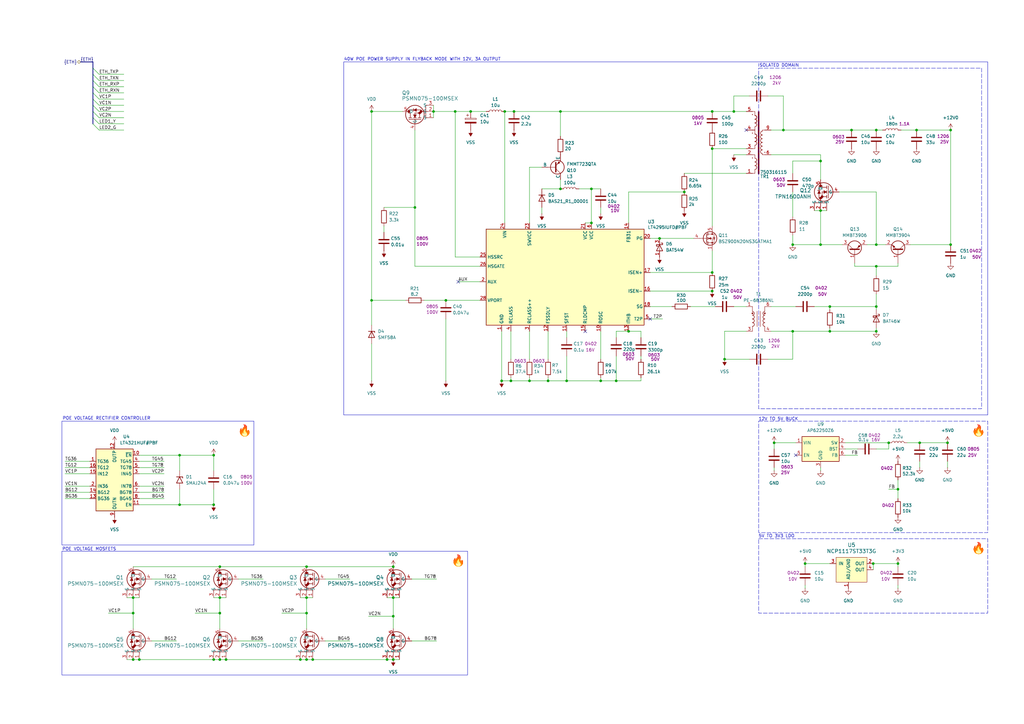
<source format=kicad_sch>
(kicad_sch (version 20231120) (generator "eeschema") (generator_version "8.0")
  (paper "A3")
  (junction (at 349.25 53.34))
  (junction (at 368.3 231.14))
  (junction (at 87.63 207.01))
  (junction (at 123.19 270.51))
  (junction (at 158.75 270.51))
  (junction (at 359.41 125.73))
  (junction (at 232.41 156.21))
  (junction (at 125.73 270.51))
  (junction (at 161.29 232.41))
  (junction (at 300.99 45.72))
  (junction (at 389.89 53.34))
  (junction (at 321.31 53.34))
  (junction (at 87.63 186.69))
  (junction (at 375.92 53.34))
  (junction (at 54.61 270.51))
  (junction (at 186.69 45.72))
  (junction (at 292.1 111.76))
  (junction (at 209.55 156.21))
  (junction (at 364.49 181.61))
  (junction (at 90.17 232.41))
  (junction (at 161.29 270.51))
  (junction (at 229.87 45.72))
  (junction (at 54.61 245.11))
  (junction (at 336.55 86.36))
  (junction (at 280.67 78.74))
  (junction (at 359.41 135.89))
  (junction (at 388.62 181.61))
  (junction (at 389.89 100.33))
  (junction (at 152.4 123.19))
  (junction (at 161.29 252.73))
  (junction (at 229.87 77.47))
  (junction (at 73.66 186.69))
  (junction (at 292.1 60.96))
  (junction (at 242.57 77.47))
  (junction (at 359.41 53.34))
  (junction (at 125.73 251.46))
  (junction (at 292.1 119.38))
  (junction (at 161.29 245.11))
  (junction (at 128.27 270.51))
  (junction (at 359.41 100.33))
  (junction (at 359.41 109.22))
  (junction (at 210.82 45.72))
  (junction (at 152.4 45.72))
  (junction (at 325.12 100.33))
  (junction (at 297.18 147.32))
  (junction (at 205.74 156.21))
  (junction (at 224.79 156.21))
  (junction (at 73.66 207.01))
  (junction (at 252.73 156.21))
  (junction (at 242.57 91.44))
  (junction (at 170.18 85.09))
  (junction (at 92.71 270.51))
  (junction (at 317.5 181.61))
  (junction (at 57.15 270.51))
  (junction (at 340.36 125.73))
  (junction (at 90.17 251.46))
  (junction (at 257.81 135.89))
  (junction (at 54.61 251.46))
  (junction (at 330.2 231.14))
  (junction (at 270.51 97.79))
  (junction (at 325.12 135.89))
  (junction (at 207.01 45.72))
  (junction (at 177.8 45.72))
  (junction (at 377.19 181.61))
  (junction (at 182.88 123.19))
  (junction (at 125.73 232.41))
  (junction (at 87.63 270.51))
  (junction (at 90.17 270.51))
  (junction (at 368.3 200.66))
  (junction (at 358.14 231.14))
  (junction (at 246.38 156.21))
  (junction (at 336.55 66.04))
  (junction (at 125.73 245.11))
  (junction (at 340.36 135.89))
  (junction (at 217.17 156.21))
  (junction (at 336.55 100.33))
  (junction (at 292.1 45.72))
  (junction (at 90.17 245.11))
  (junction (at 193.04 45.72))
  (no_connect (at 240.03 135.89))
  (no_connect (at 187.96 115.57))
  (no_connect (at 306.07 53.34))
  (no_connect (at 326.39 186.69))
  (no_connect (at 266.7 130.81))
  (bus_entry (at 38.1 43.18) (size 2.54 2.54))
  (bus_entry (at 38.1 30.48) (size 2.54 2.54))
  (bus_entry (at 38.1 33.02) (size 2.54 2.54))
  (bus_entry (at 38.1 50.8) (size 2.54 2.54))
  (bus_entry (at 38.1 45.72) (size 2.54 2.54))
  (bus_entry (at 38.1 38.1) (size 2.54 2.54))
  (bus_entry (at 38.1 27.94) (size 2.54 2.54))
  (bus_entry (at 38.1 48.26) (size 2.54 2.54))
  (bus_entry (at 38.1 40.64) (size 2.54 2.54))
  (bus_entry (at 38.1 35.56) (size 2.54 2.54))
  (wire (pts (xy 210.82 45.72) (xy 207.01 45.72)))
  (wire (pts (xy 168.91 237.49) (xy 179.07 237.49)))
  (wire (pts (xy 359.41 100.33) (xy 355.6 100.33)))
  (wire (pts (xy 368.3 240.03) (xy 368.3 241.3)))
  (wire (pts (xy 57.15 194.31) (xy 67.31 194.31)))
  (wire (pts (xy 257.81 78.74) (xy 257.81 91.44)))
  (wire (pts (xy 307.34 147.32) (xy 297.18 147.32)))
  (bus (pts (xy 38.1 38.1) (xy 38.1 40.64)))
  (wire (pts (xy 359.41 120.65) (xy 359.41 125.73)))
  (wire (pts (xy 266.7 97.79) (xy 270.51 97.79)))
  (wire (pts (xy 210.82 45.72) (xy 229.87 45.72)))
  (wire (pts (xy 325.12 66.04) (xy 325.12 71.12)))
  (wire (pts (xy 57.15 204.47) (xy 67.31 204.47)))
  (wire (pts (xy 325.12 135.89) (xy 340.36 135.89)))
  (wire (pts (xy 157.48 92.71) (xy 157.48 95.25)))
  (wire (pts (xy 246.38 87.63) (xy 246.38 85.09)))
  (wire (pts (xy 368.3 107.95) (xy 368.3 109.22)))
  (wire (pts (xy 97.79 262.89) (xy 107.95 262.89)))
  (wire (pts (xy 186.69 45.72) (xy 193.04 45.72)))
  (bus (pts (xy 38.1 25.4) (xy 38.1 27.94)))
  (wire (pts (xy 152.4 123.19) (xy 152.4 133.35)))
  (bus (pts (xy 38.1 30.48) (xy 38.1 33.02)))
  (wire (pts (xy 316.23 63.5) (xy 336.55 63.5)))
  (wire (pts (xy 229.87 77.47) (xy 229.87 73.66)))
  (wire (pts (xy 330.2 241.3) (xy 330.2 240.03)))
  (wire (pts (xy 57.15 270.51) (xy 87.63 270.51)))
  (wire (pts (xy 330.2 232.41) (xy 330.2 231.14)))
  (wire (pts (xy 209.55 147.32) (xy 209.55 135.89)))
  (wire (pts (xy 336.55 66.04) (xy 325.12 66.04)))
  (wire (pts (xy 161.29 245.11) (xy 161.29 252.73)))
  (wire (pts (xy 330.2 231.14) (xy 340.36 231.14)))
  (wire (pts (xy 340.36 134.62) (xy 340.36 135.89)))
  (wire (pts (xy 316.23 125.73) (xy 326.39 125.73)))
  (wire (pts (xy 292.1 60.96) (xy 292.1 92.71)))
  (wire (pts (xy 57.15 191.77) (xy 67.31 191.77)))
  (wire (pts (xy 170.18 85.09) (xy 157.48 85.09)))
  (wire (pts (xy 26.67 189.23) (xy 36.83 189.23)))
  (wire (pts (xy 368.3 200.66) (xy 368.3 204.47)))
  (wire (pts (xy 389.89 100.33) (xy 373.38 100.33)))
  (wire (pts (xy 125.73 251.46) (xy 125.73 257.81)))
  (wire (pts (xy 266.7 119.38) (xy 292.1 119.38)))
  (wire (pts (xy 292.1 45.72) (xy 300.99 45.72)))
  (wire (pts (xy 177.8 45.72) (xy 177.8 43.18)))
  (wire (pts (xy 161.29 270.51) (xy 163.83 270.51)))
  (wire (pts (xy 26.67 199.39) (xy 36.83 199.39)))
  (wire (pts (xy 90.17 270.51) (xy 92.71 270.51)))
  (bus (pts (xy 38.1 43.18) (xy 38.1 45.72)))
  (wire (pts (xy 246.38 154.94) (xy 246.38 156.21)))
  (wire (pts (xy 262.89 138.43) (xy 262.89 135.89)))
  (wire (pts (xy 73.66 207.01) (xy 87.63 207.01)))
  (wire (pts (xy 321.31 53.34) (xy 349.25 53.34)))
  (bus (pts (xy 38.1 27.94) (xy 38.1 30.48)))
  (wire (pts (xy 92.71 245.11) (xy 90.17 245.11)))
  (wire (pts (xy 262.89 156.21) (xy 262.89 154.94)))
  (wire (pts (xy 232.41 156.21) (xy 246.38 156.21)))
  (wire (pts (xy 317.5 191.77) (xy 317.5 193.04)))
  (wire (pts (xy 54.61 245.11) (xy 52.07 245.11)))
  (wire (pts (xy 40.64 45.72) (xy 50.8 45.72)))
  (wire (pts (xy 292.1 60.96) (xy 306.07 60.96)))
  (wire (pts (xy 340.36 125.73) (xy 359.41 125.73)))
  (wire (pts (xy 363.22 100.33) (xy 359.41 100.33)))
  (wire (pts (xy 340.36 135.89) (xy 359.41 135.89)))
  (wire (pts (xy 222.25 87.63) (xy 222.25 85.09)))
  (wire (pts (xy 224.79 135.89) (xy 224.79 147.32)))
  (wire (pts (xy 358.14 231.14) (xy 368.3 231.14)))
  (wire (pts (xy 57.15 201.93) (xy 67.31 201.93)))
  (wire (pts (xy 297.18 135.89) (xy 297.18 147.32)))
  (wire (pts (xy 62.23 262.89) (xy 72.39 262.89)))
  (wire (pts (xy 97.79 237.49) (xy 107.95 237.49)))
  (wire (pts (xy 361.95 53.34) (xy 359.41 53.34)))
  (wire (pts (xy 62.23 237.49) (xy 72.39 237.49)))
  (wire (pts (xy 246.38 77.47) (xy 242.57 77.47)))
  (wire (pts (xy 252.73 135.89) (xy 257.81 135.89)))
  (wire (pts (xy 125.73 245.11) (xy 125.73 251.46)))
  (wire (pts (xy 209.55 154.94) (xy 209.55 156.21)))
  (wire (pts (xy 246.38 156.21) (xy 252.73 156.21)))
  (wire (pts (xy 57.15 186.69) (xy 73.66 186.69)))
  (wire (pts (xy 240.03 91.44) (xy 242.57 91.44)))
  (bus (pts (xy 38.1 48.26) (xy 38.1 50.8)))
  (wire (pts (xy 368.3 196.85) (xy 368.3 200.66)))
  (wire (pts (xy 359.41 134.62) (xy 359.41 135.89)))
  (wire (pts (xy 26.67 191.77) (xy 36.83 191.77)))
  (wire (pts (xy 26.67 204.47) (xy 36.83 204.47)))
  (wire (pts (xy 87.63 193.04) (xy 87.63 186.69)))
  (wire (pts (xy 321.31 39.37) (xy 321.31 53.34)))
  (wire (pts (xy 369.57 53.34) (xy 375.92 53.34)))
  (wire (pts (xy 280.67 71.12) (xy 306.07 71.12)))
  (wire (pts (xy 377.19 191.77) (xy 377.19 189.23)))
  (wire (pts (xy 300.99 39.37) (xy 300.99 45.72)))
  (wire (pts (xy 177.8 45.72) (xy 177.8 48.26)))
  (wire (pts (xy 217.17 68.58) (xy 217.17 91.44)))
  (bus (pts (xy 38.1 35.56) (xy 38.1 38.1)))
  (wire (pts (xy 336.55 86.36) (xy 336.55 100.33)))
  (wire (pts (xy 336.55 191.77) (xy 336.55 193.04)))
  (wire (pts (xy 152.4 45.72) (xy 152.4 123.19)))
  (wire (pts (xy 368.3 232.41) (xy 368.3 231.14)))
  (wire (pts (xy 152.4 123.19) (xy 166.37 123.19)))
  (wire (pts (xy 125.73 232.41) (xy 90.17 232.41)))
  (wire (pts (xy 182.88 123.19) (xy 196.85 123.19)))
  (wire (pts (xy 351.79 186.69) (xy 346.71 186.69)))
  (wire (pts (xy 26.67 194.31) (xy 36.83 194.31)))
  (wire (pts (xy 292.1 102.87) (xy 292.1 111.76)))
  (wire (pts (xy 222.25 77.47) (xy 229.87 77.47)))
  (wire (pts (xy 336.55 86.36) (xy 339.09 86.36)))
  (wire (pts (xy 252.73 146.05) (xy 252.73 156.21)))
  (wire (pts (xy 44.45 251.46) (xy 54.61 251.46)))
  (wire (pts (xy 317.5 181.61) (xy 326.39 181.61)))
  (wire (pts (xy 40.64 40.64) (xy 50.8 40.64)))
  (wire (pts (xy 229.87 45.72) (xy 292.1 45.72)))
  (wire (pts (xy 40.64 48.26) (xy 50.8 48.26)))
  (bus (pts (xy 38.1 40.64) (xy 38.1 43.18)))
  (wire (pts (xy 325.12 147.32) (xy 314.96 147.32)))
  (wire (pts (xy 207.01 45.72) (xy 207.01 91.44)))
  (wire (pts (xy 359.41 184.15) (xy 364.49 184.15)))
  (wire (pts (xy 297.18 135.89) (xy 306.07 135.89)))
  (wire (pts (xy 187.96 115.57) (xy 196.85 115.57)))
  (wire (pts (xy 300.99 63.5) (xy 306.07 63.5)))
  (wire (pts (xy 346.71 184.15) (xy 351.79 184.15)))
  (wire (pts (xy 217.17 147.32) (xy 217.17 135.89)))
  (wire (pts (xy 161.29 245.11) (xy 158.75 245.11)))
  (wire (pts (xy 334.01 86.36) (xy 336.55 86.36)))
  (wire (pts (xy 87.63 270.51) (xy 90.17 270.51)))
  (wire (pts (xy 73.66 193.04) (xy 73.66 186.69)))
  (wire (pts (xy 40.64 50.8) (xy 50.8 50.8)))
  (wire (pts (xy 151.13 252.73) (xy 161.29 252.73)))
  (wire (pts (xy 349.25 53.34) (xy 359.41 53.34)))
  (wire (pts (xy 252.73 135.89) (xy 252.73 138.43)))
  (wire (pts (xy 368.3 109.22) (xy 359.41 109.22)))
  (wire (pts (xy 359.41 78.74) (xy 359.41 100.33)))
  (wire (pts (xy 205.74 156.21) (xy 209.55 156.21)))
  (wire (pts (xy 359.41 125.73) (xy 359.41 127)))
  (wire (pts (xy 40.64 53.34) (xy 50.8 53.34)))
  (wire (pts (xy 300.99 39.37) (xy 307.34 39.37)))
  (wire (pts (xy 325.12 135.89) (xy 325.12 147.32)))
  (wire (pts (xy 196.85 109.22) (xy 170.18 109.22)))
  (wire (pts (xy 364.49 200.66) (xy 368.3 200.66)))
  (wire (pts (xy 316.23 53.34) (xy 321.31 53.34)))
  (wire (pts (xy 125.73 232.41) (xy 161.29 232.41)))
  (wire (pts (xy 325.12 96.52) (xy 325.12 100.33)))
  (wire (pts (xy 182.88 130.81) (xy 182.88 156.21)))
  (wire (pts (xy 346.71 181.61) (xy 364.49 181.61)))
  (wire (pts (xy 123.19 270.51) (xy 125.73 270.51)))
  (wire (pts (xy 186.69 105.41) (xy 186.69 45.72)))
  (wire (pts (xy 152.4 140.97) (xy 152.4 156.21)))
  (wire (pts (xy 372.11 181.61) (xy 377.19 181.61)))
  (wire (pts (xy 283.21 125.73) (xy 293.37 125.73)))
  (wire (pts (xy 242.57 91.44) (xy 242.57 77.47)))
  (wire (pts (xy 40.64 33.02) (xy 50.8 33.02)))
  (wire (pts (xy 246.38 147.32) (xy 246.38 135.89)))
  (wire (pts (xy 133.35 262.89) (xy 143.51 262.89)))
  (wire (pts (xy 163.83 245.11) (xy 161.29 245.11)))
  (wire (pts (xy 257.81 135.89) (xy 262.89 135.89)))
  (wire (pts (xy 389.89 53.34) (xy 389.89 100.33)))
  (wire (pts (xy 359.41 113.03) (xy 359.41 109.22)))
  (wire (pts (xy 170.18 85.09) (xy 170.18 109.22)))
  (wire (pts (xy 40.64 38.1) (xy 50.8 38.1)))
  (wire (pts (xy 300.99 45.72) (xy 306.07 45.72)))
  (wire (pts (xy 165.1 45.72) (xy 152.4 45.72)))
  (wire (pts (xy 242.57 77.47) (xy 237.49 77.47)))
  (wire (pts (xy 92.71 270.51) (xy 123.19 270.51)))
  (wire (pts (xy 57.15 207.01) (xy 73.66 207.01)))
  (wire (pts (xy 325.12 100.33) (xy 336.55 100.33)))
  (wire (pts (xy 232.41 156.21) (xy 224.79 156.21)))
  (wire (pts (xy 133.35 237.49) (xy 143.51 237.49)))
  (wire (pts (xy 54.61 251.46) (xy 54.61 245.11)))
  (wire (pts (xy 54.61 232.41) (xy 90.17 232.41)))
  (wire (pts (xy 317.5 184.15) (xy 317.5 181.61)))
  (wire (pts (xy 270.51 97.79) (xy 284.48 97.79)))
  (wire (pts (xy 266.7 130.81) (xy 271.78 130.81)))
  (wire (pts (xy 334.01 125.73) (xy 340.36 125.73)))
  (wire (pts (xy 90.17 245.11) (xy 87.63 245.11)))
  (wire (pts (xy 158.75 270.51) (xy 161.29 270.51)))
  (wire (pts (xy 125.73 270.51) (xy 128.27 270.51)))
  (wire (pts (xy 40.64 30.48) (xy 50.8 30.48)))
  (wire (pts (xy 388.62 191.77) (xy 388.62 189.23)))
  (wire (pts (xy 40.64 43.18) (xy 50.8 43.18)))
  (wire (pts (xy 73.66 200.66) (xy 73.66 207.01)))
  (wire (pts (xy 262.89 147.32) (xy 262.89 146.05)))
  (bus (pts (xy 38.1 33.02) (xy 38.1 35.56)))
  (wire (pts (xy 336.55 66.04) (xy 336.55 73.66)))
  (wire (pts (xy 266.7 125.73) (xy 275.59 125.73)))
  (wire (pts (xy 205.74 135.89) (xy 205.74 156.21)))
  (wire (pts (xy 232.41 138.43) (xy 232.41 135.89)))
  (wire (pts (xy 87.63 186.69) (xy 73.66 186.69)))
  (wire (pts (xy 128.27 245.11) (xy 125.73 245.11)))
  (wire (pts (xy 170.18 53.34) (xy 170.18 85.09)))
  (wire (pts (xy 161.29 252.73) (xy 161.29 257.81)))
  (wire (pts (xy 57.15 199.39) (xy 67.31 199.39)))
  (wire (pts (xy 168.91 262.89) (xy 179.07 262.89)))
  (wire (pts (xy 266.7 111.76) (xy 292.1 111.76)))
  (wire (pts (xy 217.17 154.94) (xy 217.17 156.21)))
  (wire (pts (xy 224.79 154.94) (xy 224.79 156.21)))
  (wire (pts (xy 193.04 45.72) (xy 199.39 45.72)))
  (wire (pts (xy 364.49 181.61) (xy 364.49 184.15)))
  (wire (pts (xy 177.8 45.72) (xy 186.69 45.72)))
  (wire (pts (xy 350.52 109.22) (xy 350.52 107.95)))
  (bus (pts (xy 33.02 25.4) (xy 38.1 25.4)))
  (wire (pts (xy 222.25 68.58) (xy 217.17 68.58)))
  (wire (pts (xy 340.36 127) (xy 340.36 125.73)))
  (wire (pts (xy 173.99 123.19) (xy 182.88 123.19)))
  (wire (pts (xy 375.92 53.34) (xy 389.89 53.34)))
  (wire (pts (xy 57.15 245.11) (xy 54.61 245.11)))
  (wire (pts (xy 115.57 251.46) (xy 125.73 251.46)))
  (wire (pts (xy 358.14 233.68) (xy 358.14 231.14)))
  (wire (pts (xy 217.17 156.21) (xy 224.79 156.21)))
  (wire (pts (xy 336.55 63.5) (xy 336.55 66.04)))
  (wire (pts (xy 52.07 270.51) (xy 54.61 270.51)))
  (wire (pts (xy 232.41 146.05) (xy 232.41 156.21)))
  (wire (pts (xy 314.96 39.37) (xy 321.31 39.37)))
  (wire (pts (xy 377.19 181.61) (xy 388.62 181.61)))
  (wire (pts (xy 90.17 245.11) (xy 90.17 251.46)))
  (wire (pts (xy 344.17 78.74) (xy 359.41 78.74)))
  (bus (pts (xy 38.1 45.72) (xy 38.1 48.26)))
  (wire (pts (xy 90.17 251.46) (xy 90.17 257.81)))
  (wire (pts (xy 257.81 78.74) (xy 280.67 78.74)))
  (wire (pts (xy 128.27 270.51) (xy 158.75 270.51)))
  (wire (pts (xy 54.61 270.51) (xy 57.15 270.51)))
  (wire (pts (xy 57.15 189.23) (xy 67.31 189.23)))
  (wire (pts (xy 54.61 257.81) (xy 54.61 251.46)))
  (wire (pts (xy 336.55 100.33) (xy 345.44 100.33)))
  (wire (pts (xy 87.63 207.01) (xy 87.63 200.66)))
  (wire (pts (xy 325.12 78.74) (xy 325.12 88.9)))
  (wire (pts (xy 26.67 201.93) (xy 36.83 201.93)))
  (wire (pts (xy 252.73 156.21) (xy 262.89 156.21)))
  (wire (pts (xy 209.55 156.21) (xy 217.17 156.21)))
  (wire (pts (xy 80.01 251.46) (xy 90.17 251.46)))
  (wire (pts (xy 300.99 125.73) (xy 306.07 125.73)))
  (wire (pts (xy 40.64 35.56) (xy 50.8 35.56)))
  (wire (pts (xy 316.23 135.89) (xy 325.12 135.89)))
  (wire (pts (xy 196.85 105.41) (xy 186.69 105.41)))
  (wire (pts (xy 125.73 245.11) (xy 123.19 245.11)))
  (wire (pts (xy 229.87 45.72) (xy 229.87 55.88)))
  (wire (pts (xy 359.41 109.22) (xy 350.52 109.22)))
  (rectangle (start 311.15 220.98) (end 405.13 251.46) (stroke (width 0) (type dash)))
  (rectangle (start 140.97 25.4) (end 405.13 170.18))
  (rectangle (start 311.15 172.72) (end 405.13 218.44) (stroke (width 0) (type dash)))
  (rectangle (start 25.4 226.06) (end 191.77 276.86))
  (rectangle (start 311.15 27.94) (end 402.59 167.64) (stroke (width 0) (type dash)))
  (rectangle (start 25.4 172.72) (end 104.14 223.52))
  (image (at 401.32 224.79) (scale 0.0586193))
  (image (at 100.33 176.53) (scale 0.0586193))
  (image (at 401.32 176.53) (scale 0.0586193))
  (image (at 187.96 229.87) (scale 0.0586193))
  (text "5V TO 3V3 LDO" (at 318.516 219.964 0) (effects (font (size 1.27 1.27))))
  (text "POE VOLTAGE RECTIFIER CONTROLLER" (at 43.688 171.704 0) (effects (font (size 1.27 1.27))))
  (text "12V TO 5V BUCK" (at 319.278 171.958 0) (effects (font (size 1.27 1.27))))
  (text "POE VOLTAGE MOSFETS" (at 36.576 225.298 0) (effects (font (size 1.27 1.27))))
  (text "ISOLATED DOMAIN" (at 319.278 26.924 0) (effects (font (size 1.27 1.27))))
  (text "40W POE POWER SUPPLY IN FLYBACK MODE WITH 12V, 3A OUTPUT" (at 173.228 24.384 0) (effects (font (size 1.27 1.27))))
  (label "BG78" (at 62.23 201.93 0))
  (label "AUX" (at 187.96 115.57 0))
  (label "BG36" (at 102.87 262.89 0))
  (label "TG36" (at 102.87 237.49 0))
  (label "VC2N" (at 40.64 48.26 0))
  (label "BG45" (at 138.43 262.89 0))
  (label "TG45" (at 138.43 237.49 0))
  (label "VC1P" (at 40.64 40.64 0))
  (label "VC1N" (at 80.01 251.46 0))
  (label "VC2N" (at 151.13 252.73 0))
  (label "FB" (at 364.49 200.66 0))
  (label "BG36" (at 26.67 204.47 0))
  (label "VC1N" (at 26.67 199.39 0))
  (label "BG12" (at 26.67 201.93 0))
  (label "VC2P" (at 115.57 251.46 0))
  (label "BG78" (at 173.99 262.89 0))
  (label "T2P" (at 267.97 130.81 0))
  (label "ETH_TXN" (at 40.64 33.02 0))
  (label "TG45" (at 62.23 189.23 0))
  (label "{ETH}" (at 33.02 25.4 0))
  (label "TG12" (at 67.31 237.49 0))
  (label "VC1P" (at 26.67 194.31 0))
  (label "BG12" (at 67.31 262.89 0))
  (label "TG12" (at 26.67 191.77 0))
  (label "TG78" (at 173.99 237.49 0))
  (label "VC2P" (at 62.23 194.31 0))
  (label "ETH_RXN" (at 40.64 38.1 0))
  (label "ETH_RXP" (at 40.64 35.56 0))
  (label "BG45" (at 62.23 204.47 0))
  (label "VC1N" (at 40.64 43.18 0))
  (label "TG36" (at 26.67 189.23 0))
  (label "FB" (at 349.25 186.69 0))
  (label "LED1_Y" (at 40.64 50.8 0))
  (label "LED2_G" (at 40.64 53.34 0))
  (label "VC2P" (at 40.64 45.72 0))
  (label "ETH_TXP" (at 40.64 30.48 0))
  (label "VC2N" (at 62.23 199.39 0))
  (label "VC1P" (at 44.45 251.46 0))
  (label "TG78" (at 62.23 191.77 0))
  (hierarchical_label "{ETH}" (shape bidirectional) (at 33.02 25.4 180))
  (symbol (lib_id "Diode:BAT46") (at 359.41 130.81 270) (unit 1)
    (property "Reference" "D7" (at 361.95 129.2224 90) (effects (justify left)))
    (property "Value" "BAT46W" (at 361.95 131.7624 90) (effects (justify left)))
    (property "Footprint" "Diode_SMD:D_SOD-123" (effects (hide yes)))
    (property "Datasheet" "BAT46W" (effects (hide yes)))
    (property "Description" "100V 0.15A Small Signal Schottky Diode, DO-35" (effects (hide yes)))
    (property "Packaging" "SOD-123" (effects (hide yes)))
    (property "PART-NUMBER" "C5805641" (effects (hide yes)))
    (property "Comment" "C5805641 BAT46W" (effects (hide yes)))
  )
  (symbol (lib_id "Device:C") (at 297.18 125.73 90) (unit 1)
    (property "Reference" "C52" (at 297.18 119.38 90))
    (property "Value" "1u" (at 297.18 121.92 90))
    (property "Footprint" "Capacitor_SMD:C_0402_1005Metric" (effects (hide yes)))
    (property "Description" "Unpolarized capacitor" (effects (hide yes)))
    (property "PART-NUMBER" "C1518208" (effects (hide yes)))
    (property "Packaging" "0402" (at 302.006 119.38 90))
    (property "Rating" "50V" (at 302.514 121.92 90))
    (property "Comment" "C1518208 50V 1uF 10% 0402 Capacitor" (effects (hide yes)))
  )
  (symbol (lib_id "Device:C") (at 311.15 147.32 90) (unit 1)
    (property "Reference" "C43" (at 311.15 139.7 90))
    (property "Value" "2200p" (at 311.15 142.24 90))
    (property "Footprint" "Capacitor_SMD:C_1206_3216Metric" (effects (hide yes)))
    (property "Description" "Unpolarized capacitor" (effects (hide yes)))
    (property "PART-NUMBER" "C41018 " (effects (hide yes)))
    (property "Packaging" "1206" (at 317.5 139.7 90))
    (property "Rating" "2kV" (at 318.008 141.986 90))
    (property "Comment" "C41018 2kV 2200pF 10% 1206 Capacitor" (effects (hide yes)))
  )
  (symbol (lib_id "Device:R") (at 170.18 123.19 270) (unit 1)
    (property "Reference" "R21" (at 168.148 118.364 90) (effects (justify left)))
    (property "Value" "8.2" (at 168.402 120.65 90) (effects (justify left)))
    (property "Footprint" "Resistor_SMD:R_0603_1608Metric" (effects (hide yes)))
    (property "Datasheet" "CRCW02018R20FXED" (effects (hide yes)))
    (property "Description" "Resistor" (effects (hide yes)))
    (property "PART-NUMBER" "C23247" (effects (hide yes)))
    (property "Packaging" "0603" (effects (hide yes)))
    (property "Comment" "C23247 100mW Thick Film Resistors 75V 8.2Ω 1% 0603 Resistor" (effects (hide yes)))
  )
  (symbol (lib_id "Device:R") (at 280.67 74.93 0) (unit 1)
    (property "Reference" "R24" (at 282.448 73.914 0) (effects (justify left)))
    (property "Value" "6.65k" (at 282.448 76.2 0) (effects (justify left)))
    (property "Footprint" "Resistor_SMD:R_0603_1608Metric" (effects (hide yes)))
    (property "Description" "Resistor" (effects (hide yes)))
    (property "PART-NUMBER" "C3016441" (effects (hide yes)))
    (property "Packaging" "0603" (effects (hide yes)))
    (property "Comment" "C3016441 100mW Thick Film Resistors 75V 6.65kΩ 1% 0603 Resistor" (effects (hide yes)))
  )
  (symbol (lib_id "Diode:SMAJ24A") (at 73.66 196.85 270) (unit 1)
    (property "Reference" "D1" (at 76.2 195.5799 90) (effects (justify left)))
    (property "Value" "SMAJ24A" (at 76.2 198.1199 90) (effects (justify left)))
    (property "Footprint" "Diode_SMD:D_SMA" (effects (hide yes)))
    (property "Datasheet" "SMAJ24A" (effects (hide yes)))
    (property "Description" "400W unidirectional Transient Voltage Suppressor, 24.0Vr, SMA(DO-214AC)" (effects (hide yes)))
    (property "PART-NUMBER" "C10769" (effects (hide yes)))
    (property "Comment" "C10769 SMAJ24A 10.3A 38.9V 26.7V 24V" (effects (hide yes)))
    (property "Packaging" "DO-214AC" (effects (hide yes)))
  )
  (symbol (lib_id "Device:C") (at 311.15 39.37 90) (unit 1)
    (property "Reference" "C49" (at 311.15 31.75 90))
    (property "Value" "2200p" (at 311.15 34.29 90))
    (property "Footprint" "Capacitor_SMD:C_1206_3216Metric" (effects (hide yes)))
    (property "Description" "Unpolarized capacitor" (effects (hide yes)))
    (property "PART-NUMBER" "C41018 " (effects (hide yes)))
    (property "Packaging" "1206" (at 318.008 31.75 90))
    (property "Rating" "2kV" (at 318.516 34.036 90))
    (property "Comment" "C41018 2kV 2200pF 10% 1206 Capacitor" (effects (hide yes)))
  )
  (symbol (lib_id "power:+3.3V") (at 368.3 231.14 0) (unit 1)
    (property "Reference" "#PWR015" (effects (hide yes)))
    (property "Value" "+3V3" (at 368.3 226.06 0))
    (property "Description" "Power symbol creates a global label with name \"+3.3V\"" (effects (hide yes)))
  )
  (symbol (lib_id "PSMN075-100MSEX:PSMN075-100MSEX") (at 168.91 237.49 0) (mirror y) (unit 1)
    (property "Reference" "Q4" (at 157.48 236.8422 0) (effects (font (size 1.524 1.524)) (justify left)))
    (property "Value" "PSMN075-100MSEX" (at 157.48 239.3822 0) (effects (font (size 1.524 1.524)) (justify left)))
    (property "Footprint" "PSMN075-100MSEX:LFPAK33_SOT1210_NEX" (effects (hide yes)))
    (property "Datasheet" "PSMN075-100MSEX" (effects (hide yes)))
    (property "PART-NUMBER" "C478016" (effects (hide yes)))
    (property "Comment" "C478016 PSMN075-100MSEX" (effects (hide yes)))
  )
  (symbol (lib_id "power:GND") (at 368.3 212.09 0) (unit 1)
    (property "Reference" "#PWR092" (effects (hide yes)))
    (property "Value" "GND" (at 368.3 217.17 0))
    (property "Description" "Power symbol creates a global label with name \"GND\" , ground" (effects (hide yes)))
  )
  (symbol (lib_id "power:VSS") (at 270.51 105.41 180) (unit 1)
    (property "Reference" "#PWR074" (effects (hide yes)))
    (property "Value" "VSS" (at 270.51 110.49 0))
    (property "Description" "Power symbol creates a global label with name \"VSS\"" (effects (hide yes)))
  )
  (symbol (lib_id "power:VSS") (at 205.74 156.21 180) (unit 1)
    (property "Reference" "#PWR027" (effects (hide yes)))
    (property "Value" "VSS" (at 205.74 161.29 0))
    (property "Description" "Power symbol creates a global label with name \"VSS\"" (effects (hide yes)))
  )
  (symbol (lib_id "Transistor_BJT:MMBT3906") (at 350.52 102.87 90) (unit 1)
    (property "Reference" "Q13" (at 350.52 93.98 90))
    (property "Value" "MMBT3906" (at 350.52 96.52 90))
    (property "Footprint" "Package_TO_SOT_SMD:SOT-23" (effects (hide yes)))
    (property "Datasheet" "MMBT3906" (effects (hide yes)))
    (property "Description" "-0.2A Ic, -40V Vce, Small Signal PNP Transistor, SOT-23" (effects (hide yes)))
    (property "PART-NUMBER" "C7420354" (effects (hide yes)))
    (property "Comment" "C7420354 MMBT3906" (effects (hide yes)))
    (property "Packaging" "SOT-23" (effects (hide yes)))
  )
  (symbol (lib_id "power:VDD") (at 46.99 181.61 0) (unit 1)
    (property "Reference" "#PWR022" (effects (hide yes)))
    (property "Value" "VDD" (at 46.99 176.53 0))
    (property "Description" "Power symbol creates a global label with name \"VDD\"" (effects (hide yes)))
  )
  (symbol (lib_id "Device:R") (at 359.41 116.84 0) (unit 1)
    (property "Reference" "R29" (at 361.95 115.5699 0) (effects (justify left)))
    (property "Value" "15" (at 361.95 118.1099 0) (effects (justify left)))
    (property "Footprint" "Resistor_SMD:R_0603_1608Metric" (effects (hide yes)))
    (property "Description" "Resistor" (effects (hide yes)))
    (property "PART-NUMBER" "C22810" (effects (hide yes)))
    (property "Packaging" "0603" (effects (hide yes)))
    (property "Comment" "C22810 100mW Thick Film Resistors 75V 15Ω 1% 0603 Resistor" (effects (hide yes)))
  )
  (symbol (lib_id "Device:R") (at 292.1 57.15 0) (unit 1)
    (property "Reference" "R26" (at 294.64 55.8799 0) (effects (justify left)))
    (property "Value" "100" (at 294.64 58.4199 0) (effects (justify left)))
    (property "Footprint" "Resistor_SMD:R_0805_2012Metric" (effects (hide yes)))
    (property "Description" "Resistor" (effects (hide yes)))
    (property "Rating" "1/2W" (effects (hide yes)))
    (property "PART-NUMBER" "C441975" (effects (hide yes)))
    (property "Packaging" "0805" (effects (hide yes)))
    (property "Comment" "C441975 500mW Thick Film Resistors 100Ω 5% 0805 Resistor" (effects (hide yes)))
  )
  (symbol (lib_id "Device:C") (at 355.6 184.15 90) (unit 1)
    (property "Reference" "C58" (at 355.854 178.562 90) (effects (justify left)))
    (property "Value" "0.1u" (at 356.362 180.34 90) (effects (justify left)))
    (property "Footprint" "Capacitor_SMD:C_0402_1005Metric" (effects (hide yes)))
    (property "Description" "Unpolarized capacitor" (effects (hide yes)))
    (property "PART-NUMBER" "C1525" (effects (hide yes)))
    (property "Packaging" "0402" (at 358.648 178.562 90))
    (property "Rating" "16V" (at 359.156 180.34 90))
    (property "Comment" "C1525 16V 0.1uF 10% 0402 Capacitor" (effects (hide yes)))
  )
  (symbol (lib_id "power:GND") (at 349.25 60.96 0) (unit 1)
    (property "Reference" "#PWR077" (effects (hide yes)))
    (property "Value" "GND" (at 349.25 66.04 0))
    (property "Description" "Power symbol creates a global label with name \"GND\" , ground" (effects (hide yes)))
  )
  (symbol (lib_id "power:GND") (at 317.5 193.04 0) (unit 1)
    (property "Reference" "#PWR087" (effects (hide yes)))
    (property "Value" "GND" (at 317.5 198.12 0))
    (property "Description" "Power symbol creates a global label with name \"GND\" , ground" (effects (hide yes)))
  )
  (symbol (lib_id "Device:C") (at 210.82 49.53 0) (unit 1)
    (property "Reference" "C42" (at 213.614 48.26 0) (effects (justify left)))
    (property "Value" "2.2u" (at 213.614 50.8 0) (effects (justify left)))
    (property "Footprint" "Capacitor_SMD:C_0805_2012Metric" (effects (hide yes)))
    (property "Description" "Unpolarized capacitor" (effects (hide yes)))
    (property "Rating" "100V" (effects (hide yes)))
    (property "PART-NUMBER" "C6119935" (effects (hide yes)))
    (property "Packaging" "0805" (effects (hide yes)))
    (property "Comment" "C6119935 100V 2.2uF 10% 0805 Capacitor" (effects (hide yes)))
  )
  (symbol (lib_id "Device:C") (at 317.5 187.96 0) (unit 1)
    (property "Reference" "C57" (at 320.294 186.69 0) (effects (justify left)))
    (property "Value" "10u" (at 320.294 189.23 0) (effects (justify left)))
    (property "Footprint" "Capacitor_SMD:C_0603_1608Metric" (effects (hide yes)))
    (property "Description" "Unpolarized capacitor" (effects (hide yes)))
    (property "Packaging" "0603" (at 322.834 191.516 0))
    (property "Rating" "25V" (at 322.072 193.802 0))
    (property "PART-NUMBER" "C96446" (effects (hide yes)))
    (property "Comment" "C96446 25V 10uF 20% 0603 Capacitor" (effects (hide yes)))
  )
  (symbol (lib_id "Regulator_Switching:AP62250Z6") (at 336.55 184.15 0) (unit 1)
    (property "Reference" "U9" (at 336.55 173.99 0))
    (property "Value" "AP62250Z6" (at 336.55 176.53 0))
    (property "Footprint" "Package_TO_SOT_SMD:SOT-563" (effects (hide yes)))
    (property "Datasheet" "AP62250Z6" (effects (hide yes)))
    (property "Description" "2.5A, 1.3MHz Buck DC/DC Converter, adjustable output voltage, SOT-563" (effects (hide yes)))
    (property "PART-NUMBER" "C5290220" (effects (hide yes)))
    (property "Packaging" "SOT-563" (effects (hide yes)))
    (property "Comment" "C5290220 AP62250Z6" (effects (hide yes)))
  )
  (symbol (lib_id "power:GND") (at 359.41 135.89 0) (unit 1)
    (property "Reference" "#PWR080" (effects (hide yes)))
    (property "Value" "GND" (at 359.41 140.97 0))
    (property "Description" "Power symbol creates a global label with name \"GND\" , ground" (effects (hide yes)))
  )
  (symbol (lib_id "Device:R") (at 157.48 88.9 0) (unit 1)
    (property "Reference" "R22" (at 159.512 87.63 0) (effects (justify left)))
    (property "Value" "3.3k" (at 159.512 90.17 0) (effects (justify left)))
    (property "Footprint" "Resistor_SMD:R_0603_1608Metric" (effects (hide yes)))
    (property "Datasheet" "CRCW06033K30FKEBC" (effects (hide yes)))
    (property "Description" "Resistor" (effects (hide yes)))
    (property "PART-NUMBER" "C22978" (effects (hide yes)))
    (property "Packaging" "0603" (effects (hide yes)))
    (property "Comment" "C22978 100mW Thick Film Resistors 75V 3.3kΩ 1% 0603 Resistor" (effects (hide yes)))
  )
  (symbol (lib_id "power:GND") (at 368.3 241.3 0) (unit 1)
    (property "Reference" "#PWR019" (effects (hide yes)))
    (property "Value" "GND" (at 368.3 246.38 0))
    (property "Description" "Power symbol creates a global label with name \"GND\" , ground" (effects (hide yes)))
  )
  (symbol (lib_id "Diode:BAV19") (at 222.25 81.28 270) (unit 1)
    (property "Reference" "D5" (at 224.79 80.0099 90) (effects (justify left)))
    (property "Value" "BAS21_R1_00001" (at 224.79 82.5499 90) (effects (justify left)))
    (property "Footprint" "Package_TO_SOT_SMD:TSOT-23" (effects (hide yes)))
    (property "Datasheet" "BAS21_R1_00001" (effects (hide yes)))
    (property "Description" "100V 0.25A Small Signal Switching Diode, High Voltage, DO-35" (effects (hide yes)))
    (property "Sim.Device" "D" (effects (hide yes)))
    (property "Sim.Pins" "1=K 2=A" (effects (hide yes)))
    (property "Packaging" "TSOT-23" (effects (hide yes)))
    (property "PART-NUMBER" "C391392" (effects (hide yes)))
    (property "Comment" "C391392 BAS21_R1_00001" (effects (hide yes)))
  )
  (symbol (lib_id "Device:R") (at 340.36 130.81 180) (unit 1)
    (property "Reference" "R31" (at 342.9 129.5399 0) (effects (justify right)))
    (property "Value" "10k" (at 342.9 132.0799 0) (effects (justify right)))
    (property "Footprint" "Resistor_SMD:R_0402_1005Metric" (effects (hide yes)))
    (property "Description" "Resistor" (effects (hide yes)))
    (property "PART-NUMBER" "C60490 " (effects (hide yes)))
    (property "Packaging" "0402" (effects (hide yes)))
    (property "Comment" "C60490 62.5mW Thick Film Resistors 50V 10kΩ 1% 0402 Resistor" (effects (hide yes)))
  )
  (symbol (lib_id "power:VSS") (at 246.38 87.63 180) (unit 1)
    (property "Reference" "#PWR070" (effects (hide yes)))
    (property "Value" "VSS" (at 246.38 92.71 0))
    (property "Description" "Power symbol creates a global label with name \"VSS\"" (effects (hide yes)))
  )
  (symbol (lib_id "Device:R") (at 246.38 151.13 0) (unit 1)
    (property "Reference" "R9" (at 248.158 149.86 0) (effects (justify left)))
    (property "Value" "107k" (at 248.158 152.4 0) (effects (justify left)))
    (property "Footprint" "Resistor_SMD:R_0603_1608Metric" (effects (hide yes)))
    (property "Description" "Resistor" (effects (hide yes)))
    (property "PART-NUMBER" "C14889" (effects (hide yes)))
    (property "Packaging" "0603" (effects (hide yes)))
    (property "Comment" "C14889 100mW Thick Film Resistors 75V 107kΩ 1% 0603 Resistor" (effects (hide yes)))
  )
  (symbol (lib_id "power:GND") (at 330.2 241.3 0) (unit 1)
    (property "Reference" "#PWR018" (effects (hide yes)))
    (property "Value" "GND" (at 330.2 246.38 0))
    (property "Description" "Power symbol creates a global label with name \"GND\" , ground" (effects (hide yes)))
  )
  (symbol (lib_id "Device:C") (at 246.38 81.28 0) (unit 1)
    (property "Reference" "C44" (at 249.174 80.01 0) (effects (justify left)))
    (property "Value" "10u" (at 249.174 82.55 0) (effects (justify left)))
    (property "Footprint" "Capacitor_SMD:C_0402_1005Metric" (effects (hide yes)))
    (property "Description" "Unpolarized capacitor" (effects (hide yes)))
    (property "PART-NUMBER" "C77000" (effects (hide yes)))
    (property "Packaging" "0402" (at 251.714 84.582 0))
    (property "Rating" "10V" (at 252.222 86.36 0))
    (property "Comment" "C77000 10V 10uF 20% 0402 Capacitor" (effects (hide yes)))
  )
  (symbol (lib_id "Device:R") (at 325.12 92.71 0) (unit 1)
    (property "Reference" "R28" (at 327.66 91.4399 0) (effects (justify left)))
    (property "Value" "11" (at 327.66 93.9799 0) (effects (justify left)))
    (property "Footprint" "Resistor_SMD:R_1210_3225Metric" (effects (hide yes)))
    (property "Description" "Resistor" (effects (hide yes)))
    (property "Rating" "1/2W" (effects (hide yes)))
    (property "PART-NUMBER" "C422425" (effects (hide yes)))
    (property "Packaging" "1210" (effects (hide yes)))
    (property "Comment" "C422425 1/2W Thick Film Resistors 11Ω 1% 1210 Resistor" (effects (hide yes)))
  )
  (symbol (lib_id "power:GND") (at 388.62 191.77 0) (unit 1)
    (property "Reference" "#PWR089" (effects (hide yes)))
    (property "Value" "GND" (at 388.62 196.85 0))
    (property "Description" "Power symbol creates a global label with name \"GND\" , ground" (effects (hide yes)))
  )
  (symbol (lib_id "PSMN075-100MSEX:PSMN075-100MSEX") (at 344.17 78.74 0) (mirror y) (unit 1)
    (property "Reference" "Q12" (at 332.74 78.0922 0) (effects (font (size 1.524 1.524)) (justify left)))
    (property "Value" "TPN1600ANH" (at 332.74 80.6322 0) (effects (font (size 1.524 1.524)) (justify left)))
    (property "Footprint" "Package_TO_SOT_SMD:TDSON-8-1" (effects (hide yes)))
    (property "Datasheet" "TPN1600ANH" (effects (hide yes)))
    (property "PART-NUMBER" "C24363903" (effects (hide yes)))
    (property "Comment" "C24363903 TPN1600ANH,L1Q" (effects (hide yes)))
  )
  (symbol (lib_id "PSMN075-100MSEX:PSMN075-100MSEX") (at 97.79 237.49 0) (mirror y) (unit 1)
    (property "Reference" "Q2" (at 86.36 236.8422 0) (effects (font (size 1.524 1.524)) (justify left)))
    (property "Value" "PSMN075-100MSEX" (at 86.36 239.3822 0) (effects (font (size 1.524 1.524)) (justify left)))
    (property "Footprint" "PSMN075-100MSEX:LFPAK33_SOT1210_NEX" (effects (hide yes)))
    (property "Datasheet" "PSMN075-100MSEX" (effects (hide yes)))
    (property "PART-NUMBER" "C478016" (effects (hide yes)))
    (property "Comment" "C478016 PSMN075-100MSEX" (effects (hide yes)))
  )
  (symbol (lib_id "Device:R") (at 262.89 151.13 0) (unit 1)
    (property "Reference" "R10" (at 265.43 149.8599 0) (effects (justify left)))
    (property "Value" "26.1k" (at 265.43 152.3999 0) (effects (justify left)))
    (property "Footprint" "Resistor_SMD:R_0603_1608Metric" (effects (hide yes)))
    (property "Description" "Resistor" (effects (hide yes)))
    (property "PART-NUMBER" "C23356" (effects (hide yes)))
    (property "Packaging" "0603" (effects (hide yes)))
    (property "Comment" "C23356 100mW Thick Film Resistors 75V 26.1kΩ 1% 0603 Resistor" (effects (hide yes)))
  )
  (symbol (lib_id "Device:L") (at 203.2 45.72 90) (unit 1)
    (property "Reference" "L1" (at 203.2 40.64 90))
    (property "Value" "10u" (at 203.2 43.18 90))
    (property "Footprint" "FCH5030-100M" (effects (hide yes)))
    (property "Datasheet" "FCH5030-100M" (effects (hide yes)))
    (property "Description" "Inductor" (effects (hide yes)))
    (property "PART-NUMBER" "C20415529" (effects (hide yes)))
    (property "Comment" "C20415529 FCH5030-100M" (effects (hide yes)))
  )
  (symbol (lib_id "Device:C") (at 262.89 142.24 0) (unit 1)
    (property "Reference" "C19" (at 265.684 140.97 0) (effects (justify left)))
    (property "Value" "3300p" (at 265.684 143.51 0) (effects (justify left)))
    (property "Footprint" "Capacitor_SMD:C_0603_1608Metric" (effects (hide yes)))
    (property "Description" "Unpolarized capacitor" (effects (hide yes)))
    (property "PART-NUMBER" "C5182463 " (effects (hide yes)))
    (property "Rating" "50V" (at 268.732 147.32 0))
    (property "Packaging" "0603" (at 268.224 145.542 0))
    (property "Comment" "C5182463 50V 3300pF 10% 0603 Capacitor" (effects (hide yes)))
  )
  (symbol (lib_id "power:GND") (at 375.92 60.96 0) (unit 1)
    (property "Reference" "#PWR079" (effects (hide yes)))
    (property "Value" "GND" (at 375.92 66.04 0))
    (property "Description" "Power symbol creates a global label with name \"GND\" , ground" (effects (hide yes)))
  )
  (symbol (lib_id "power:GND") (at 359.41 60.96 0) (unit 1)
    (property "Reference" "#PWR078" (effects (hide yes)))
    (property "Value" "GND" (at 359.41 66.04 0))
    (property "Description" "Power symbol creates a global label with name \"GND\" , ground" (effects (hide yes)))
  )
  (symbol (lib_id "Device:C") (at 349.25 57.15 0) (unit 1)
    (property "Reference" "C46" (at 353.06 55.8799 0) (effects (justify left)))
    (property "Value" "10u" (at 353.06 58.4199 0) (effects (justify left)))
    (property "Footprint" "Capacitor_SMD:C_0603_1608Metric" (effects (hide yes)))
    (property "Description" "Unpolarized capacitor" (effects (hide yes)))
    (property "PART-NUMBER" "C96446" (effects (hide yes)))
    (property "Packaging" "0603" (at 343.916 56.134 0))
    (property "Rating" "25V" (at 344.424 58.166 0))
    (property "Comment" "C96446 25V 10uF 20% 0603 Capacitor" (effects (hide yes)))
  )
  (symbol (lib_id "power:+12V") (at 389.89 53.34 0) (unit 1)
    (property "Reference" "#PWR075" (effects (hide yes)))
    (property "Value" "+12V0" (at 389.89 48.26 0))
    (property "Description" "Power symbol creates a global label with name \"+12V\"" (effects (hide yes)))
  )
  (symbol (lib_id "power:VSS") (at 161.29 270.51 180) (unit 1)
    (property "Reference" "#PWR021" (effects (hide yes)))
    (property "Value" "VSS" (at 161.29 275.59 0))
    (property "Description" "Power symbol creates a global label with name \"VSS\"" (effects (hide yes)))
  )
  (symbol (lib_id "Simulation_SPICE:PNP") (at 227.33 68.58 0) (mirror x) (unit 1)
    (property "Reference" "Q10" (at 232.41 69.8501 0) (effects (justify left)))
    (property "Value" "FMMT723QTA" (at 232.41 67.3101 0) (effects (justify left)))
    (property "Footprint" "Package_TO_SOT_SMD:TSOT-23" (effects (hide yes)))
    (property "Datasheet" "FMMT723QTA" (effects (hide yes)))
    (property "Description" "Bipolar transistor symbol for simulation only, substrate tied to the emitter" (effects (hide yes)))
    (property "Sim.Device" "PNP" (effects (hide yes)))
    (property "Sim.Type" "GUMMELPOON" (effects (hide yes)))
    (property "Sim.Pins" "1=C 2=B 3=E" (effects (hide yes)))
    (property "Packaging" "TSOT-23" (effects (hide yes)))
    (property "PART-NUMBER" "C5249004" (effects (hide yes)))
    (property "Comment" "C5249004 FMMT723QTA" (effects (hide yes)))
  )
  (symbol (lib_id "power:+5V") (at 330.2 231.14 0) (unit 1)
    (property "Reference" "#PWR017" (effects (hide yes)))
    (property "Value" "+5V0" (at 330.2 226.06 0))
    (property "Description" "Power symbol creates a global label with name \"+5V\"" (effects (hide yes)))
  )
  (symbol (lib_id "power:GND") (at 325.12 100.33 0) (unit 1)
    (property "Reference" "#PWR076" (effects (hide yes)))
    (property "Value" "GND" (at 325.12 105.41 0))
    (property "Description" "Power symbol creates a global label with name \"GND\" , ground" (effects (hide yes)))
  )
  (symbol (lib_id "power:GND") (at 336.55 193.04 0) (unit 1)
    (property "Reference" "#PWR085" (effects (hide yes)))
    (property "Value" "GND" (at 336.55 198.12 0))
    (property "Description" "Power symbol creates a global label with name \"GND\" , ground" (effects (hide yes)))
  )
  (symbol (lib_id "Device:R") (at 209.55 151.13 0) (unit 1)
    (property "Reference" "R6" (at 211.328 150.114 0) (effects (justify left)))
    (property "Value" "37.4" (at 211.328 152.4 0) (effects (justify left)))
    (property "Footprint" "Resistor_SMD:R_0603_1608Metric" (effects (hide yes)))
    (property "Description" "Resistor" (effects (hide yes)))
    (property "Packaging" "0603" (at 213.36 148.082 0))
    (property "PART-NUMBER" "C25195" (effects (hide yes)))
    (property "Comment" "C25195 100mW Thick Film Resistors 75V 37.4Ω 1% 0603 Resistor" (effects (hide yes)))
  )
  (symbol (lib_id "Device:C") (at 375.92 57.15 0) (unit 1)
    (property "Reference" "C48" (at 379.73 55.8799 0) (effects (justify left)))
    (property "Value" "33u" (at 379.73 58.4199 0) (effects (justify left)))
    (property "Footprint" "Capacitor_SMD:C_1206_3216Metric" (effects (hide yes)))
    (property "Description" "Unpolarized capacitor" (effects (hide yes)))
    (property "PART-NUMBER" "C342307" (effects (hide yes)))
    (property "Packaging" "1206" (at 386.842 55.88 0))
    (property "Rating" "25V" (at 387.35 58.166 0))
    (property "Comment" "C342307 25V 33uF 20% 1206 Capacitor" (effects (hide yes)))
  )
  (symbol (lib_id "power:GND") (at 389.89 107.95 0) (unit 1)
    (property "Reference" "#PWR081" (effects (hide yes)))
    (property "Value" "GND" (at 389.89 113.03 0))
    (property "Description" "Power symbol creates a global label with name \"GND\" , ground" (effects (hide yes)))
  )
  (symbol (lib_id "power:VSS") (at 182.88 156.21 180) (unit 1)
    (property "Reference" "#PWR063" (effects (hide yes)))
    (property "Value" "VSS" (at 182.88 161.29 0))
    (property "Description" "Power symbol creates a global label with name \"VSS\"" (effects (hide yes)))
  )
  (symbol (lib_id "power:VSS") (at 280.67 86.36 180) (unit 1)
    (property "Reference" "#PWR071" (effects (hide yes)))
    (property "Value" "VSS" (at 280.67 91.44 0))
    (property "Description" "Power symbol creates a global label with name \"VSS\"" (effects (hide yes)))
  )
  (symbol (lib_id "power:VDD") (at 152.4 45.72 0) (unit 1)
    (property "Reference" "#PWR065" (effects (hide yes)))
    (property "Value" "VDD" (at 152.4 40.64 0))
    (property "Description" "Power symbol creates a global label with name \"VDD\"" (effects (hide yes)))
  )
  (symbol (lib_id "Device:C") (at 330.2 236.22 0) (unit 1)
    (property "Reference" "C15" (at 334.01 234.9499 0) (effects (justify left)))
    (property "Value" "10u" (at 334.01 237.4899 0) (effects (justify left)))
    (property "Footprint" "Capacitor_SMD:C_0402_1005Metric" (effects (hide yes)))
    (property "Datasheet" "GRM155R61A106ME11J" (effects (hide yes)))
    (property "Description" "Unpolarized capacitor" (effects (hide yes)))
    (property "Packaging" "0402" (at 325.374 234.95 0))
    (property "Rating" "10V" (at 325.12 237.49 0))
    (property "PART-NUMBER" "C77000" (effects (hide yes)))
    (property "Comment" "C77000 10V 10uF 20% 0402 Capacitor" (effects (hide yes)))
  )
  (symbol (lib_id "power:VSS") (at 193.04 53.34 180) (unit 1)
    (property "Reference" "#PWR067" (effects (hide yes)))
    (property "Value" "VSS" (at 193.04 58.42 0))
    (property "Description" "Power symbol creates a global label with name \"VSS\"" (effects (hide yes)))
  )
  (symbol (lib_id "power:GND") (at 347.98 241.3 0) (unit 1)
    (property "Reference" "#PWR016" (effects (hide yes)))
    (property "Value" "GND" (at 347.98 246.38 0))
    (property "Description" "Power symbol creates a global label with name \"GND\" , ground" (effects (hide yes)))
  )
  (symbol (lib_id "Power_Management:LT4231xUF") (at 46.99 196.85 0) (unit 1)
    (property "Reference" "U4" (at 50.4541 179.07 0) (effects (justify left)))
    (property "Value" "LT4321HUF#PBF" (at 49.1841 181.61 0) (effects (justify left)))
    (property "Footprint" "Package_DFN_QFN:QFN-16-1EP_4x4mm_P0.65mm_EP2.15x2.15mm" (effects (hide yes)))
    (property "Datasheet" "LT4321HUF#PBF" (effects (hide yes)))
    (property "Description" "PoE Ideal Diode Bridge Controller, QFN-16" (effects (hide yes)))
    (property "Packaging" "QFN-16-1EP" (effects (hide yes)))
    (property "PART-NUMBER" "C672474" (effects (hide yes)))
    (property "Comment" "C672474 LT4321HUF#PBF" (effects (hide yes)))
  )
  (symbol (lib_id "PSMN075-100MSEX:PSMN075-100MSEX") (at 62.23 237.49 0) (mirror y) (unit 1)
    (property "Reference" "Q1" (at 50.8 236.8422 0) (effects (font (size 1.524 1.524)) (justify left)))
    (property "Value" "PSMN075-100MSEX" (at 50.8 239.3822 0) (effects (font (size 1.524 1.524)) (justify left)))
    (property "Footprint" "PSMN075-100MSEX:LFPAK33_SOT1210_NEX" (effects (hide yes)))
    (property "PART-NUMBER" "C478016" (effects (hide yes)))
    (property "Comment" "C478016 PSMN075-100MSEX" (effects (hide yes)))
  )
  (symbol (lib_id "Device:R") (at 280.67 82.55 0) (unit 1)
    (property "Reference" "R25" (at 282.448 81.534 0) (effects (justify left)))
    (property "Value" "2k" (at 282.448 83.82 0) (effects (justify left)))
    (property "Footprint" "Resistor_SMD:R_0603_1608Metric" (effects (hide yes)))
    (property "Description" "Resistor" (effects (hide yes)))
    (property "PART-NUMBER" "C22975 " (effects (hide yes)))
    (property "Packaging" "0603" (effects (hide yes)))
    (property "Comment" "C22975 100mW Thick Film Resistors 75V 2kΩ 1% 0603 Resistor" (effects (hide yes)))
  )
  (symbol (lib_id "power:VSS") (at 222.25 87.63 180) (unit 1)
    (property "Reference" "#PWR069" (effects (hide yes)))
    (property "Value" "VSS" (at 222.25 92.71 0))
    (property "Description" "Power symbol creates a global label with name \"VSS\"" (effects (hide yes)))
  )
  (symbol (lib_id "Transistor_FET:BSC13DN30NSFD") (at 289.56 97.79 0) (unit 1)
    (property "Reference" "Q11" (at 294.64 96.52 0) (effects (justify left)))
    (property "Value" "BSZ900N20NS3GATMA1" (at 294.64 99.06 0) (effects (justify left)))
    (property "Footprint" "Package_TO_SOT_SMD:TDSON-8-1" (effects (hide yes)))
    (property "Datasheet" "https://www.infineon.com/dgdl/Infineon-BSC13DN30NSFD-DS-v02_01-EN.pdf?fileId=5546d46259b0420a0159d5c940fc0d9a" (effects (hide yes)))
    (property "Description" "16A Id, 300V Vds, OptiMOS N-Channel Power MOSFET, 130mOhm Ron, Qg (typ) 30.0nC, PG-TDSON-8" (effects (hide yes)))
    (property "PART-NUMBER" "C3279283" (effects (hide yes)))
    (property "Comment" "C3279283 BSZ900N20NS3GATMA1" (effects (hide yes)))
  )
  (symbol (lib_id "Device:C") (at 389.89 104.14 0) (unit 1)
    (property "Reference" "C51" (at 393.7 102.8699 0) (effects (justify left)))
    (property "Value" "1u" (at 393.7 105.4099 0) (effects (justify left)))
    (property "Footprint" "Capacitor_SMD:C_0402_1005Metric" (effects (hide yes)))
    (property "Description" "Unpolarized capacitor" (effects (hide yes)))
    (property "PART-NUMBER" "C1518208" (effects (hide yes)))
    (property "Packaging" "0402" (at 400.05 102.87 0))
    (property "Rating" "50V" (at 400.558 105.41 0))
    (property "Comment" "C1518208 50V 1uF 10% 0402 Capacitor" (effects (hide yes)))
  )
  (symbol (lib_id "Device:R") (at 368.3 208.28 0) (unit 1)
    (property "Reference" "R33" (at 370.078 207.264 0) (effects (justify left)))
    (property "Value" "10k" (at 370.078 209.55 0) (effects (justify left)))
    (property "Footprint" "Resistor_SMD:R_0402_1005Metric" (effects (hide yes)))
    (property "Datasheet" "CRCW040210K0FKEDC" (effects (hide yes)))
    (property "Description" "Resistor" (effects (hide yes)))
    (property "Packaging" "0402" (at 364.236 207.264 0))
    (property "PART-NUMBER" "C60490 " (effects (hide yes)))
    (property "Comment" "C60490 62.5mW Thick Film Resistors 50V 10kΩ 1% 0402 Resistor" (effects (hide yes)))
  )
  (symbol (lib_id "PSMN075-100MSEX:PSMN075-100MSEX") (at 170.18 53.34 90) (unit 1)
    (property "Reference" "Q9" (at 168.148 38.1 90) (effects (font (size 1.524 1.524)) (justify left)))
    (property "Value" "PSMN075-100MSEX" (at 187.96 40.386 90) (effects (font (size 1.524 1.524)) (justify left)))
    (property "Footprint" "PSMN075-100MSEX:LFPAK33_SOT1210_NEX" (effects (hide yes)))
    (property "Datasheet" "PSMN075-100MSEX" (effects (hide yes)))
    (property "PART-NUMBER" "C478016" (effects (hide yes)))
    (property "Comment" "C478016 PSMN075-100MSEX" (effects (hide yes)))
  )
  (symbol (lib_id "Device:L") (at 365.76 53.34 90) (unit 1)
    (property "Reference" "L4" (at 365.76 48.26 90))
    (property "Value" "180n" (at 365.76 50.8 90))
    (property "Footprint" "Inductor_SMD:L_0603_1608Metric" (effects (hide yes)))
    (property "Datasheet" "DO1813P-181HC" (effects (hide yes)))
    (property "Description" "Inductor" (effects (hide yes)))
    (property "Packaging" "0603" (effects (hide yes)))
    (property "PART-NUMBER" "C251952" (effects (hide yes)))
    (property "Comment" "C251952 LCF0603-R18J-T 1.1A 180nH ±5% SMD Power Inductors ROHS" (effects (hide yes)))
    (property "Rating" "1.1A " (at 371.348 50.8 90))
  )
  (symbol (lib_id "PSMN075-100MSEX:PSMN075-100MSEX") (at 168.91 262.89 0) (mirror y) (unit 1)
    (property "Reference" "Q8" (at 157.48 262.2422 0) (effects (font (size 1.524 1.524)) (justify left)))
    (property "Value" "PSMN075-100MSEX" (at 157.48 264.7822 0) (effects (font (size 1.524 1.524)) (justify left)))
    (property "Footprint" "PSMN075-100MSEX:LFPAK33_SOT1210_NEX" (effects (hide yes)))
    (property "Datasheet" "PSMN075-100MSEX" (effects (hide yes)))
    (property "PART-NUMBER" "C478016" (effects (hide yes)))
    (property "Comment" "C478016 PSMN075-100MSEX" (effects (hide yes)))
  )
  (symbol (lib_id "Regulator_Controller:LT4295xUFD") (at 212.09 119.38 0) (unit 1)
    (property "Reference" "U3" (at 265.684 90.932 0) (effects (justify left)))
    (property "Value" "LT4295IUFD#PBF" (at 265.684 93.218 0) (effects (justify left)))
    (property "Footprint" "Package_DFN_QFN:QFN-28-1EP_4x5mm_P0.5mm_EP2.65x3.65mm" (effects (hide yes)))
    (property "Datasheet" "LT4295IUFD#PBF" (effects (hide yes)))
    (property "Description" "IEEE 802.3bt PD Interface with Forward/Flyback Controller, QFN-28" (effects (hide yes)))
    (property "PART-NUMBER" "C672449" (effects (hide yes)))
    (property "Comment" "C672449 LT4295IUFD#PBF" (effects (hide yes)))
  )
  (symbol (lib_id "power:GND") (at 377.19 191.77 0) (unit 1)
    (property "Reference" "#PWR088" (effects (hide yes)))
    (property "Value" "GND" (at 377.19 196.85 0))
    (property "Description" "Power symbol creates a global label with name \"GND\" , ground" (effects (hide yes)))
  )
  (symbol (lib_id "Device:R") (at 279.4 125.73 90) (unit 1)
    (property "Reference" "R30" (at 279.4 121.158 90))
    (property "Value" "100" (at 279.4 123.19 90))
    (property "Footprint" "Resistor_SMD:R_0603_1608Metric" (effects (hide yes)))
    (property "Description" "Resistor" (effects (hide yes)))
    (property "PART-NUMBER" "C22775 " (effects (hide yes)))
    (property "Packaging" "0603" (effects (hide yes)))
    (property "Comment" "C22775 100mW Thick Film Resistors 75V 100Ω 1% 0603 Resistor" (effects (hide yes)))
  )
  (symbol (lib_id "Transistor_BJT:MMBT3904") (at 368.3 102.87 270) (mirror x) (unit 1)
    (property "Reference" "Q14" (at 368.3 93.98 90))
    (property "Value" "MMBT3904" (at 368.3 96.52 90))
    (property "Footprint" "Package_TO_SOT_SMD:SOT-23" (effects (hide yes)))
    (property "Datasheet" "MMBT3904" (effects (hide yes)))
    (property "Description" "0.2A Ic, 40V Vce, Small Signal NPN Transistor, SOT-23" (effects (hide yes)))
    (property "PART-NUMBER" "C7420353" (effects (hide yes)))
    (property "Comment" "C7420353 MMBT3904" (effects (hide yes)))
    (property "Packaging" "SOT-23" (effects (hide yes)))
  )
  (symbol (lib_id "power:VSS") (at 300.99 63.5 180) (unit 1)
    (property "Reference" "#PWR072" (effects (hide yes)))
    (property "Value" "VSS" (at 300.99 68.58 0))
    (property "Description" "Power symbol creates a global label with name \"VSS\"" (effects (hide yes)))
  )
  (symbol (lib_id "power:VSS") (at 87.63 207.01 180) (unit 1)
    (property "Reference" "#PWR025" (effects (hide yes)))
    (property "Value" "VSS" (at 87.63 212.09 0))
    (property "Description" "Power symbol creates a global label with name \"VSS\"" (effects (hide yes)))
  )
  (symbol (lib_id "Device:R") (at 217.17 151.13 0) (unit 1)
    (property "Reference" "R34" (at 218.948 150.114 0) (effects (justify left)))
    (property "Value" "1k" (at 218.948 152.4 0) (effects (justify left)))
    (property "Footprint" "Resistor_SMD:R_0603_1608Metric" (effects (hide yes)))
    (property "Description" "Resistor" (effects (hide yes)))
    (property "PART-NUMBER" "C21190" (effects (hide yes)))
    (property "Packaging" "0603" (at 220.98 148.082 0))
    (property "Comment" "C21190 100mW Thick Film Resistors 75V 1kΩ 1% 0603 Resistor" (effects (hide yes)))
  )
  (symbol (lib_id "Device:C") (at 252.73 142.24 0) (unit 1)
    (property "Reference" "C18" (at 255.524 140.97 0) (effects (justify left)))
    (property "Value" "220p" (at 255.524 143.256 0) (effects (justify left)))
    (property "Footprint" "Capacitor_SMD:C_0603_1608Metric" (effects (hide yes)))
    (property "Description" "Unpolarized capacitor" (effects (hide yes)))
    (property "PART-NUMBER" "C2897613 " (effects (hide yes)))
    (property "Rating" "50V" (at 258.318 147.066 0))
    (property "Packaging" "0603" (at 257.81 145.288 0))
    (property "Comment" "C2897613 50V 220pF 10% 0603 Capacitor" (effects (hide yes)))
  )
  (symbol (lib_id "Device:C") (at 182.88 127 0) (unit 1)
    (property "Reference" "C40" (at 185.674 125.73 0) (effects (justify left)))
    (property "Value" "0.047u" (at 185.674 128.27 0) (effects (justify left)))
    (property "Footprint" "Capacitor_SMD:C_0805_2012Metric" (effects (hide yes)))
    (property "Datasheet" "08051C473K4Z2A" (effects (hide yes)))
    (property "Description" "Unpolarized capacitor" (effects (hide yes)))
    (property "Packaging" "0805" (at 177.292 125.73 0))
    (property "Rating" "100V" (at 177.292 128.016 0))
    (property "PART-NUMBER" "C5186810" (effects (hide yes)))
    (property "Comment" "C5186810 100V 0.047uF 10% 0805 Capacitor" (effects (hide yes)))
  )
  (symbol (lib_id "Device:L") (at 233.68 77.47 90) (unit 1)
    (property "Reference" "L3" (at 233.68 72.39 90))
    (property "Value" "100u" (at 233.68 74.93 90))
    (property "Footprint" "Custom:AABG05A20M101" (effects (hide yes)))
    (property "Datasheet" "AABG05A20M101" (effects (hide yes)))
    (property "Description" "Inductor" (effects (hide yes)))
    (property "PART-NUMBER" "C5119206" (effects (hide yes)))
    (property "Comment" "C5119206 AABG05A20M101" (effects (hide yes)))
  )
  (symbol (lib_id "PSMN075-100MSEX:PSMN075-100MSEX") (at 133.35 262.89 0) (mirror y) (unit 1)
    (property "Reference" "Q7" (at 121.92 262.2422 0) (effects (font (size 1.524 1.524)) (justify left)))
    (property "Value" "PSMN075-100MSEX" (at 121.92 264.7822 0) (effects (font (size 1.524 1.524)) (justify left)))
    (property "Footprint" "PSMN075-100MSEX:LFPAK33_SOT1210_NEX" (effects (hide yes)))
    (property "Datasheet" "PSMN075-100MSEX" (effects (hide yes)))
    (property "PART-NUMBER" "C478016" (effects (hide yes)))
    (property "Comment" "C478016 PSMN075-100MSEX" (effects (hide yes)))
  )
  (symbol (lib_id "PSMN075-100MSEX:PSMN075-100MSEX") (at 62.23 262.89 0) (mirror y) (unit 1)
    (property "Reference" "Q5" (at 50.8 262.2422 0) (effects (font (size 1.524 1.524)) (justify left)))
    (property "Value" "PSMN075-100MSEX" (at 50.8 264.7822 0) (effects (font (size 1.524 1.524)) (justify left)))
    (property "Footprint" "PSMN075-100MSEX:LFPAK33_SOT1210_NEX" (effects (hide yes)))
    (property "Datasheet" "PSMN075-100MSEX" (effects (hide yes)))
    (property "PART-NUMBER" "C478016" (effects (hide yes)))
    (property "Comment" "C478016 PSMN075-100MSEX" (effects (hide yes)))
  )
  (symbol (lib_id "Device:R") (at 368.3 193.04 0) (unit 1)
    (property "Reference" "R32" (at 370.078 192.024 0) (effects (justify left)))
    (property "Value" "52.3k" (at 370.078 194.31 0) (effects (justify left)))
    (property "Footprint" "Resistor_SMD:R_0402_1005Metric" (effects (hide yes)))
    (property "Datasheet" "ERJ-2RKF5232X" (effects (hide yes)))
    (property "Description" "Resistor" (effects (hide yes)))
    (property "Packaging" "0402" (at 363.728 192.024 0))
    (property "PART-NUMBER" "C26982" (effects (hide yes)))
    (property "Comment" "C26982 62.5mW Thick Film Resistors 50V 52.3kΩ 1% 0402 Resistor" (effects (hide yes)))
  )
  (symbol (lib_id "Device:C") (at 232.41 142.24 0) (unit 1)
    (property "Reference" "C17" (at 235.204 140.97 0) (effects (justify left)))
    (property "Value" "0.1u" (at 235.204 143.51 0) (effects (justify left)))
    (property "Footprint" "Capacitor_SMD:C_0402_1005Metric" (effects (hide yes)))
    (property "Datasheet" "0201ZD104KAT2A" (effects (hide yes)))
    (property "Description" "Unpolarized capacitor" (effects (hide yes)))
    (property "PART-NUMBER" "C1525" (effects (hide yes)))
    (property "Packaging" "0402" (at 242.316 140.97 0))
    (property "Rating" "16V" (at 242.062 143.51 0))
    (property "Comment" "C1525 16V 0.1uF 10% 0402 Capacitor" (effects (hide yes)))
  )
  (symbol (lib_id "Device:C") (at 388.62 185.42 0) (unit 1)
    (property "Reference" "C60" (at 392.43 184.1499 0) (effects (justify left)))
    (property "Value" "22u" (at 392.43 186.6899 0) (effects (justify left)))
    (property "Footprint" "Capacitor_SMD:C_0402_1005Metric" (effects (hide yes)))
    (property "Datasheet" "LMK212BBJ226MG-T" (effects (hide yes)))
    (property "Description" "Unpolarized capacitor" (effects (hide yes)))
    (property "Packaging" "0805" (at 399.288 184.15 0))
    (property "Rating" "25V" (at 398.78 186.69 0))
    (property "PART-NUMBER" "C45783" (effects (hide yes)))
    (property "Comment" "C45783 25V 22uF 20% 0805 Capacitor" (effects (hide yes)))
  )
  (symbol (lib_id "power:VSS") (at 152.4 156.21 180) (unit 1)
    (property "Reference" "#PWR064" (effects (hide yes)))
    (property "Value" "VSS" (at 152.4 161.29 0))
    (property "Description" "Power symbol creates a global label with name \"VSS\"" (effects (hide yes)))
  )
  (symbol (lib_id "power:VSS") (at 292.1 119.38 180) (unit 1)
    (property "Reference" "#PWR073" (effects (hide yes)))
    (property "Value" "VSS" (at 292.1 124.46 0))
    (property "Description" "Power symbol creates a global label with name \"VSS\"" (effects (hide yes)))
  )
  (symbol (lib_id "Device:C") (at 292.1 49.53 0) (unit 1)
    (property "Reference" "C45" (at 295.91 48.2599 0) (effects (justify left)))
    (property "Value" "100p" (at 295.91 50.7999 0) (effects (justify left)))
    (property "Footprint" "Capacitor_SMD:C_0805_2012Metric" (effects (hide yes)))
    (property "Description" "Unpolarized capacitor" (effects (hide yes)))
    (property "PART-NUMBER" "C967584" (effects (hide yes)))
    (property "Packaging" "0805" (at 286.258 48.26 0))
    (property "Rating" "1kV" (at 286.258 50.546 0))
    (property "Comment" "C967584 1kV 100pF 5% 0805 Capacitor" (effects (hide yes)))
  )
  (symbol (lib_id "Device:C") (at 377.19 185.42 0) (unit 1)
    (property "Reference" "C59" (at 381 184.1499 0) (effects (justify left)))
    (property "Value" "22u" (at 381 186.6899 0) (effects (justify left)))
    (property "Footprint" "Capacitor_SMD:C_0402_1005Metric" (effects (hide yes)))
    (property "Datasheet" "LMK212BBJ226MG-T" (effects (hide yes)))
    (property "Description" "Unpolarized capacitor" (effects (hide yes)))
    (property "Packaging" "0805" (effects (hide yes)))
    (property "Rating" "25V" (effects (hide yes)))
    (property "PART-NUMBER" "C45783" (effects (hide yes)))
    (property "Comment" "C45783 25V 22uF 20% 0805 Capacitor" (effects (hide yes)))
  )
  (symbol (lib_id "Device:C") (at 87.63 196.85 0) (unit 1)
    (property "Reference" "C16" (at 91.44 195.5799 0) (effects (justify left)))
    (property "Value" "0.047u" (at 91.44 198.1199 0) (effects (justify left)))
    (property "Footprint" "Capacitor_SMD:C_0805_2012Metric" (effects (hide yes)))
    (property "Datasheet" "08051C473K4Z2A" (effects (hide yes)))
    (property "Description" "Unpolarized capacitor" (effects (hide yes)))
    (property "Packaging" "0805" (at 101.092 195.58 0))
    (property "Rating" "100V" (at 101.092 198.12 0))
    (property "PART-NUMBER" "C5186810" (effects (hide yes)))
    (property "Comment" "C5186810 100V 0.047uF 10% 0805 Capacitor" (effects (hide yes)))
  )
  (symbol (lib_id "Device:C") (at 359.41 57.15 0) (unit 1)
    (property "Reference" "C47" (at 363.22 55.8799 0) (effects (justify left)))
    (property "Value" "10u" (at 363.22 58.4199 0) (effects (justify left)))
    (property "Footprint" "Capacitor_SMD:C_0603_1608Metric" (effects (hide yes)))
    (property "Description" "Unpolarized capacitor" (effects (hide yes)))
    (property "PART-NUMBER" "C96446" (effects (hide yes)))
    (property "Packaging" "0603" (effects (hide yes)))
    (property "Rating" "25V" (effects (hide yes)))
    (property "Comment" "C96446 25V 10uF 20% 0603 Capacitor" (effects (hide yes)))
  )
  (symbol (lib_id "Device:R") (at 229.87 59.69 0) (unit 1)
    (property "Reference" "R23" (at 231.648 58.674 0) (effects (justify left)))
    (property "Value" "20" (at 231.648 60.96 0) (effects (justify left)))
    (property "Footprint" "Resistor_SMD:R_0603_1608Metric" (effects (hide yes)))
    (property "Description" "Resistor" (effects (hide yes)))
    (property "PART-NUMBER" "C22950" (effects (hide yes)))
    (property "Packaging" "0603" (effects (hide yes)))
    (property "Comment" "C22950 100mW Thick Film Resistors 75V 20Ω 1% 0603 Resistor" (effects (hide yes)))
  )
  (symbol (lib_id "power:VDD") (at 161.29 232.41 0) (unit 1)
    (property "Reference" "#PWR020" (effects (hide yes)))
    (property "Value" "VDD" (at 161.29 227.33 0))
    (property "Description" "Power symbol creates a global label with name \"VDD\"" (effects (hide yes)))
  )
  (symbol (lib_id "Device:R") (at 292.1 115.57 0) (unit 1)
    (property "Reference" "R27" (at 294.64 114.2999 0) (effects (justify left)))
    (property "Value" "25m" (at 294.64 116.8399 0) (effects (justify left)))
    (property "Footprint" "Resistor_SMD:R_0805_2012Metric" (effects (hide yes)))
    (property "Description" "Resistor" (effects (hide yes)))
    (property "Rating" "1/4W" (effects (hide yes)))
    (property "PART-NUMBER" "C2767472" (effects (hide yes)))
    (property "Comment" "C2767472 250mW Thick Film Resistors 25mΩ  5% 0805 Resistor" (effects (hide yes)))
    (property "Packaging" "0805" (effects (hide yes)))
  )
  (symbol (lib_id "PSMN075-100MSEX:PSMN075-100MSEX") (at 133.35 237.49 0) (mirror y) (unit 1)
    (property "Reference" "Q3" (at 121.92 236.8422 0) (effects (font (size 1.524 1.524)) (justify left)))
    (property "Value" "PSMN075-100MSEX" (at 121.92 239.3822 0) (effects (font (size 1.524 1.524)) (justify left)))
    (property "Footprint" "PSMN075-100MSEX:LFPAK33_SOT1210_NEX" (effects (hide yes)))
    (property "Datasheet" "PSMN075-100MSEX" (effects (hide yes)))
    (property "PART-NUMBER" "C478016" (effects (hide yes)))
    (property "Comment" "C478016 PSMN075-100MSEX" (effects (hide yes)))
  )
  (symbol (lib_id "Device:C") (at 157.48 99.06 0) (unit 1)
    (property "Reference" "C55" (at 160.274 97.79 0) (effects (justify left)))
    (property "Value" "0.01u" (at 160.274 100.33 0) (effects (justify left)))
    (property "Footprint" "Capacitor_SMD:C_0805_2012Metric" (effects (hide yes)))
    (property "Datasheet" "KAM21BR72A103KM " (effects (hide yes)))
    (property "Description" "Unpolarized capacitor" (effects (hide yes)))
    (property "Rating" "100V" (at 173.228 100.076 0))
    (property "Packaging" "0805" (at 173.228 97.79 0))
    (property "PART-NUMBER" "C7503490" (effects (hide yes)))
    (property "Comment" "C7503490 100V 0.01uF 10% 0805 Capacitor" (effects (hide yes)))
  )
  (symbol (lib_id "PSMN075-100MSEX:PSMN075-100MSEX") (at 97.79 262.89 0) (mirror y) (unit 1)
    (property "Reference" "Q6" (at 86.36 262.2422 0) (effects (font (size 1.524 1.524)) (justify left)))
    (property "Value" "PSMN075-100MSEX" (at 86.36 264.7822 0) (effects (font (size 1.524 1.524)) (justify left)))
    (property "Footprint" "PSMN075-100MSEX:LFPAK33_SOT1210_NEX" (effects (hide yes)))
    (property "Datasheet" "PSMN075-100MSEX" (effects (hide yes)))
    (property "PART-NUMBER" "C478016" (effects (hide yes)))
    (property "Comment" "C478016 PSMN075-100MSEX" (effects (hide yes)))
  )
  (symbol (lib_id "Transformer:PE-68386NL") (at 311.15 130.81 0) (unit 1)
    (property "Reference" "T1" (at 311.15 120.65 0))
    (property "Value" "PE-68386NL" (at 311.15 123.19 0))
    (property "Footprint" "Transformer_SMD:Pulse_PA2001NL" (effects (hide yes)))
    (property "Datasheet" "PE-68386NL" (effects (hide yes)))
    (property "Description" "SMT Gate Drive Transformer, 1:1" (effects (hide yes)))
    (property "PART-NUMBER" "C581397" (effects (hide yes)))
    (property "Comment" "C581397 PE-68386NL" (effects (hide yes)))
  )
  (symbol (lib_id "Diode:BAT54W") (at 270.51 101.6 270) (unit 1)
    (property "Reference" "D6" (at 273.05 100.0124 90) (effects (justify left)))
    (property "Value" "BAT54W" (at 273.05 102.5524 90) (effects (justify left)))
    (property "Footprint" "Package_TO_SOT_SMD:SOT-323_SC-70" (effects (hide yes)))
    (property "Datasheet" "BAT54W" (effects (hide yes)))
    (property "Description" "Schottky barrier diode, SOT-323" (effects (hide yes)))
    (property "PART-NUMBER" "C5186013" (effects (hide yes)))
    (property "Packaging" "SOT-323" (effects (hide yes)))
    (property "Comment" "C5186013 BAT54W" (effects (hide yes)))
  )
  (symbol (lib_id "Diode:Z3SMCxxx") (at 152.4 137.16 270) (unit 1)
    (property "Reference" "D4" (at 154.94 135.8899 90) (effects (justify left)))
    (property "Value" "SMF58A" (at 154.94 138.4299 90) (effects (justify left)))
    (property "Footprint" "Diode_SMD:D_SOD-123" (effects (hide yes)))
    (property "PART-NUMBER" "C435457" (effects (hide yes)))
    (property "Packaging" "SOD-123" (effects (hide yes)))
    (property "Comment" "C435457 SMF58A" (effects (hide yes)))
  )
  (symbol (lib_id "Device:R") (at 224.79 151.13 0) (unit 1)
    (property "Reference" "R7" (at 226.314 149.86 0) (effects (justify left)))
    (property "Value" "7.5k" (at 226.314 152.4 0) (effects (justify left)))
    (property "Footprint" "Resistor_SMD:R_0603_1608Metric" (effects (hide yes)))
    (property "Description" "Resistor" (effects (hide yes)))
    (property "PART-NUMBER" "C23234" (effects (hide yes)))
    (property "Packaging" "0603" (effects (hide yes)))
    (property "Comment" "C23234 100mW Thick Film Resistors 75V 7.5kΩ 1% 0603 Resistor" (effects (hide yes)))
  )
  (symbol (lib_id "NCP1117ST33T3GOSCT-ND:NCP1117ST33T3GOSCT-ND") (at 347.98 231.14 0) (unit 1)
    (property "Reference" "U5" (at 349.25 223.52 0) (effects (font (size 1.524 1.524))))
    (property "Value" "NCP1117ST33T3G" (at 349.25 226.06 0) (effects (font (size 1.524 1.524))))
    (property "Footprint" "digikey-footprints:SOT-223" (effects (hide yes)))
    (property "Datasheet" "NCP1117ST33T3G" (effects (hide yes)))
    (property "Packaging" "SOT-223" (effects (hide yes)))
    (property "PART-NUMBER" "C26537" (effects (hide yes)))
    (property "Comment" "C26537 NCP1117ST33T3G" (effects (hide yes)))
  )
  (symbol (lib_id "Device:C_Polarized") (at 193.04 49.53 0) (unit 1)
    (property "Reference" "C41" (at 196.85 47.3709 0) (effects (justify left)))
    (property "Value" "10u" (at 196.85 49.9109 0) (effects (justify left)))
    (property "Footprint" "Capacitor_SMD:C_1210_3225Metric" (effects (hide yes)))
    (property "Description" "Polarized capacitor" (effects (hide yes)))
    (property "PART-NUMBER" "C72482" (effects (hide yes)))
    (property "Rating" "100V" (effects (hide yes)))
    (property "Comment" "C72482 100V 10uF 10% Aluminum Electrolytic Capacitors - SMD" (effects (hide yes)))
  )
  (symbol (lib_id "Custom:Wuerth_750316115") (at 311.15 58.42 0) (unit 1)
    (property "Reference" "TR1" (at 313.69 72.39 0))
    (property "Value" "750316115" (at 317.246 70.612 0))
    (property "Footprint" "Custom:750316115" (effects (hide yes)))
    (property "Datasheet" "750316115" (effects (hide yes)))
    (property "Description" "Power Transformers LT4295 " (effects (hide yes)))
    (property "PART-NUMBER" "C24363903" (effects (hide yes)))
    (property "Comment" "C24363903 750316115" (effects (hide yes)))
  )
  (symbol (lib_id "Device:L") (at 368.3 181.61 90) (unit 1)
    (property "Reference" "L5" (at 368.3 176.53 90))
    (property "Value" "2.2u" (at 368.3 179.07 90))
    (property "Footprint" "Inductor_SMD:L_Murata_DFE201610P" (effects (hide yes)))
    (property "Datasheet" "DFE201610E-2R2M=P2" (effects (hide yes)))
    (property "Description" "Inductor" (effects (hide yes)))
    (property "PART-NUMBER" "C337891 " (effects (hide yes)))
    (property "Comment" "C337891 1.7A 2.2uH ±20% 140mΩ 0806 Inductors (SMD)" (effects (hide yes)))
  )
  (symbol (lib_id "power:+5V") (at 388.62 181.61 0) (unit 1)
    (property "Reference" "#PWR090" (effects (hide yes)))
    (property "Value" "+5V0" (at 388.62 176.53 0))
    (property "Description" "Power symbol creates a global label with name \"+5V\"" (effects (hide yes)))
  )
  (symbol (lib_id "Device:C") (at 330.2 125.73 90) (unit 1)
    (property "Reference" "C54" (at 330.2 118.11 90))
    (property "Value" "2200p" (at 330.2 120.65 90))
    (property "Footprint" "Capacitor_SMD:C_0402_1005Metric" (effects (hide yes)))
    (property "Description" "Unpolarized capacitor" (effects (hide yes)))
    (property "PART-NUMBER" "C915853" (effects (hide yes)))
    (property "Packaging" "0402" (at 336.804 118.11 90))
    (property "Rating" "50V" (at 337.312 120.65 90))
    (property "Comment" "C915853 50V 2200pF 10% 0402 Capacitor" (effects (hide yes)))
  )
  (symbol (lib_id "power:VSS") (at 297.18 147.32 180) (unit 1)
    (property "Reference" "#PWR082" (effects (hide yes)))
    (property "Value" "VSS" (at 297.18 152.4 0))
    (property "Description" "Power symbol creates a global label with name \"VSS\"" (effects (hide yes)))
  )
  (symbol (lib_id "power:VDD") (at 87.63 186.69 0) (unit 1)
    (property "Reference" "#PWR024" (effects (hide yes)))
    (property "Value" "VDD" (at 87.63 181.61 0))
    (property "Description" "Power symbol creates a global label with name \"VDD\"" (effects (hide yes)))
  )
  (symbol (lib_id "power:VSS") (at 210.82 53.34 180) (unit 1)
    (property "Reference" "#PWR068" (effects (hide yes)))
    (property "Value" "VSS" (at 210.82 58.42 0))
    (property "Description" "Power symbol creates a global label with name \"VSS\"" (effects (hide yes)))
  )
  (symbol (lib_id "power:VSS") (at 157.48 102.87 180) (unit 1)
    (property "Reference" "#PWR026" (effects (hide yes)))
    (property "Value" "VSS" (at 157.48 107.95 0))
    (property "Description" "Power symbol creates a global label with name \"VSS\"" (effects (hide yes)))
  )
  (symbol (lib_id "Device:C") (at 325.12 74.93 0) (unit 1)
    (property "Reference" "C50" (at 328.93 73.6599 0) (effects (justify left)))
    (property "Value" "470p" (at 328.93 76.1999 0) (effects (justify left)))
    (property "Footprint" "Capacitor_SMD:C_0603_1608Metric" (effects (hide yes)))
    (property "Description" "Unpolarized capacitor" (effects (hide yes)))
    (property "PART-NUMBER" "C1620" (effects (hide yes)))
    (property "Packaging" "0603" (at 319.532 73.66 0))
    (property "Rating" "50V" (at 320.294 75.946 0))
    (property "Comment" "C1620 50V 470pF 10% 0603 Capacitor" (effects (hide yes)))
  )
  (symbol (lib_id "power:VSS") (at 46.99 212.09 180) (unit 1)
    (property "Reference" "#PWR023" (effects (hide yes)))
    (property "Value" "VSS" (at 46.99 217.17 0))
    (property "Description" "Power symbol creates a global label with name \"VSS\"" (effects (hide yes)))
  )
  (symbol (lib_id "power:+5V") (at 368.3 189.23 0) (unit 1)
    (property "Reference" "#PWR091" (effects (hide yes)))
    (property "Value" "+5V0" (at 368.3 184.15 0))
    (property "Description" "Power symbol creates a global label with name \"+5V\"" (effects (hide yes)))
  )
  (symbol (lib_id "power:+12V") (at 317.5 181.61 0) (unit 1)
    (property "Reference" "#PWR086" (effects (hide yes)))
    (property "Value" "+12V0" (at 317.5 176.53 0))
    (property "Description" "Power symbol creates a global label with name \"+12V\"" (effects (hide yes)))
  )
  (symbol (lib_id "Device:C") (at 368.3 236.22 0) (unit 1)
    (property "Reference" "C20" (at 372.11 234.9499 0) (effects (justify left)))
    (property "Value" "10u" (at 372.11 237.4899 0) (effects (justify left)))
    (property "Footprint" "Capacitor_SMD:C_0402_1005Metric" (effects (hide yes)))
    (property "Datasheet" "GRM155R61A106ME11J" (effects (hide yes)))
    (property "Description" "Unpolarized capacitor" (effects (hide yes)))
    (property "Packaging" "0402" (at 363.474 234.95 0))
    (property "Rating" "10V" (at 363.22 237.49 0))
    (property "PART-NUMBER" "C77000" (effects (hide yes)))
    (property "Comment" "C77000 10V 10uF 20% 0402 Capacitor" (effects (hide yes)))
  )
)
</source>
